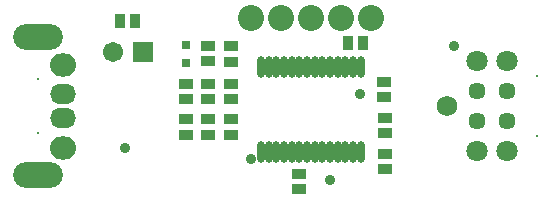
<source format=gts>
%FSTAX23Y23*%
%MOIN*%
%SFA1B1*%

%IPPOS*%
%ADD20R,0.045400X0.035560*%
%ADD21R,0.035560X0.045400*%
%ADD22C,0.086740*%
%ADD23R,0.027690X0.031620*%
%ADD24O,0.023750X0.072960*%
%ADD25C,0.067060*%
%ADD26R,0.067060X0.067060*%
%ADD27C,0.070990*%
%ADD28C,0.057210*%
%ADD29C,0.008000*%
%ADD30C,0.068000*%
%ADD31O,0.086740X0.076900*%
%ADD32O,0.086740X0.067060*%
%ADD33O,0.165480X0.086740*%
%ADD34C,0.035560*%
%ADD35C,0.058000*%
%LNmidi_stick-1*%
%LPD*%
G54D20*
X03428Y02891D03*
Y0284D03*
X03353Y02891D03*
Y0284D03*
X03503Y02891D03*
Y0284D03*
X04016Y02775D03*
Y02724D03*
X03731Y0271D03*
Y02659D03*
X04016Y02896D03*
Y02845D03*
X04015Y02966D03*
Y03017D03*
X03428Y03084D03*
Y03135D03*
X03503Y03083D03*
Y03134D03*
Y03009D03*
Y02958D03*
X03428Y03009D03*
Y02958D03*
X03353Y03009D03*
Y02958D03*
G54D21*
X03945Y03145D03*
X03894D03*
X03185Y0322D03*
X03134D03*
G54D22*
X0357Y0323D03*
X0367D03*
X0377D03*
X0387D03*
X0397D03*
G54D23*
X03352Y03139D03*
Y0308D03*
G54D24*
X03603Y02782D03*
X03629D03*
X03654D03*
X0368D03*
X03706D03*
X03731D03*
X03757D03*
X03782D03*
X03808D03*
X03833D03*
X03859D03*
X03885D03*
X0391D03*
X03936D03*
X03603Y03067D03*
X03629D03*
X03654D03*
X0368D03*
X03706D03*
X03731D03*
X03757D03*
X03782D03*
X03808D03*
X03833D03*
X03859D03*
X03885D03*
X0391D03*
X03936D03*
G54D25*
X0311Y03117D03*
G54D26*
X0321Y03117D03*
G54D27*
X04325Y03085D03*
Y02785D03*
X04425D03*
Y03085D03*
G54D28*
X04325Y02985D03*
Y02885D03*
X04425Y02985D03*
Y02885D03*
G54D29*
X04525Y03035D03*
Y02835D03*
X0286Y02844D03*
Y03025D03*
G54D30*
X04225Y02935D03*
G54D31*
X02943Y03072D03*
Y02797D03*
G54D32*
X02943Y02974D03*
Y02895D03*
G54D33*
X0286Y02704D03*
Y03165D03*
G54D34*
X04246Y03137D03*
X03833Y0269D03*
X03935Y02975D03*
X0357Y02758D03*
X0315Y02797D03*
G54D35*
X0377Y0323D03*
M02*
</source>
